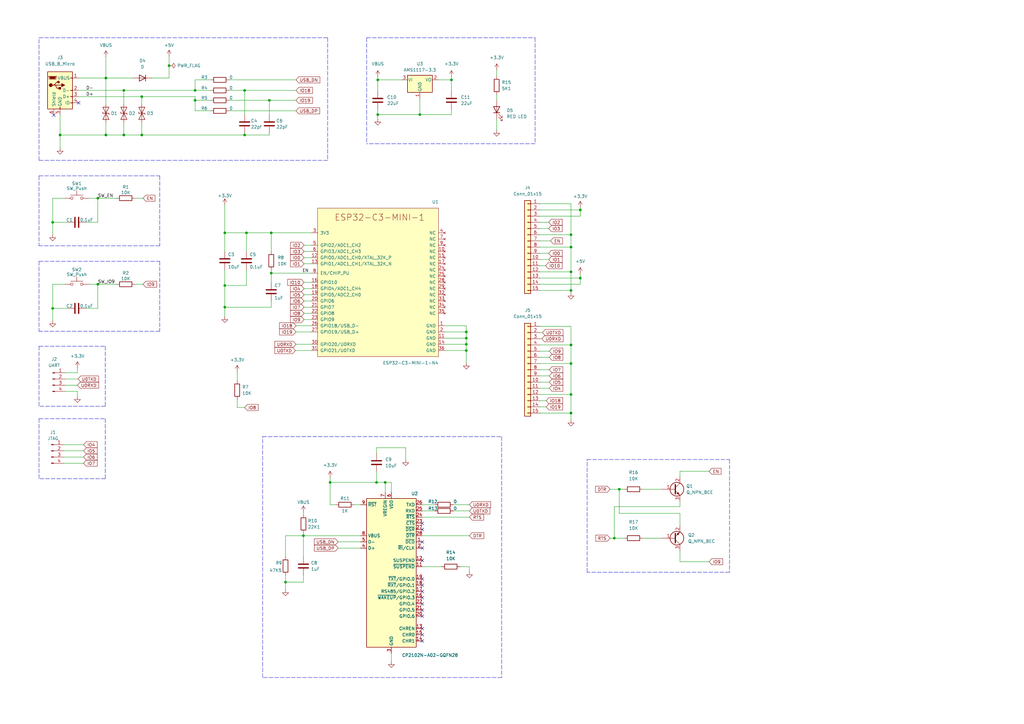
<source format=kicad_sch>
(kicad_sch (version 20211123) (generator eeschema)
  (paper "A3")
  (lib_symbols
    (symbol "Connector:Conn_01x04_Male" (pin_names (offset 1.016) hide)
      (property "Reference" "J" (at 0 5.08 0))
      (property "Value" "Conn_01x04_Male" (at 0 -7.62 0))
      (symbol "Conn_01x04_Male_1_1"
        (pin passive line (at 5.08 2.54 180) (length 3.81) (name "Pin_1") (number "1"))
        (pin passive line (at 5.08 0 180) (length 3.81) (name "Pin_2") (number "2"))
        (pin passive line (at 5.08 -2.54 180) (length 3.81) (name "Pin_3") (number "3"))
        (pin passive line (at 5.08 -5.08 180) (length 3.81) (name "Pin_4") (number "4"))
      )
    )
    (symbol "Connector:USB_B_Micro" (pin_names (offset 1.016))
      (property "Reference" "J?" (at 0 13.462 0))
      (property "Value" "USB_B_Micro" (at 0 10.922 0))
      (symbol "USB_B_Micro_1_1"
        (pin power_out line (at 7.62 5.08 180) (length 2.54) (name "VBUS") (number "1"))
        (pin bidirectional line (at 7.62 0 180) (length 2.54) (name "D-") (number "2"))
        (pin bidirectional line (at 7.62 -2.54 180) (length 2.54) (name "D+") (number "3"))
        (pin passive line (at 7.62 -5.08 180) (length 2.54) (name "ID") (number "4"))
        (pin power_out line (at 0 -10.16 90) (length 2.54) (name "GND") (number "5"))
        (pin passive line (at -2.54 -10.16 90) (length 2.54) (name "Shield") (number "6"))
      )
    )
    (symbol "Connector_Generic:Conn_01x15" (pin_names (offset 1.016) hide)
      (property "Reference" "J" (at 0 20.32 0))
      (property "Value" "Conn_01x15" (at 0 -20.32 0))
      (symbol "Conn_01x15_1_1"
        (pin passive line (at -5.08 17.78 0) (length 3.81) (name "Pin_1") (number "1"))
        (pin passive line (at -5.08 -5.08 0) (length 3.81) (name "Pin_10") (number "10"))
        (pin passive line (at -5.08 -7.62 0) (length 3.81) (name "Pin_11") (number "11"))
        (pin passive line (at -5.08 -10.16 0) (length 3.81) (name "Pin_12") (number "12"))
        (pin passive line (at -5.08 -12.7 0) (length 3.81) (name "Pin_13") (number "13"))
        (pin passive line (at -5.08 -15.24 0) (length 3.81) (name "Pin_14") (number "14"))
        (pin passive line (at -5.08 -17.78 0) (length 3.81) (name "Pin_15") (number "15"))
        (pin passive line (at -5.08 15.24 0) (length 3.81) (name "Pin_2") (number "2"))
        (pin passive line (at -5.08 12.7 0) (length 3.81) (name "Pin_3") (number "3"))
        (pin passive line (at -5.08 10.16 0) (length 3.81) (name "Pin_4") (number "4"))
        (pin passive line (at -5.08 7.62 0) (length 3.81) (name "Pin_5") (number "5"))
        (pin passive line (at -5.08 5.08 0) (length 3.81) (name "Pin_6") (number "6"))
        (pin passive line (at -5.08 2.54 0) (length 3.81) (name "Pin_7") (number "7"))
        (pin passive line (at -5.08 0 0) (length 3.81) (name "Pin_8") (number "8"))
        (pin passive line (at -5.08 -2.54 0) (length 3.81) (name "Pin_9") (number "9"))
      )
    )
    (symbol "Device:C" (pin_numbers hide) (pin_names (offset 0.254))
      (property "Reference" "C" (at 0.635 2.54 0))
      (property "Value" "C" (at 0.635 -2.54 0))
      (symbol "C_1_1"
        (pin passive line (at 0 3.81 270) (length 2.794) (name "~") (number "1"))
        (pin passive line (at 0 -3.81 90) (length 2.794) (name "~") (number "2"))
      )
    )
    (symbol "Device:D" (pin_numbers hide) (pin_names (offset 1.016) hide)
      (property "Reference" "D" (at 0 2.54 0))
      (property "Value" "D" (at 0 -2.54 0))
      (symbol "D_1_1"
        (pin passive line (at -3.81 0 0) (length 2.54) (name "K") (number "1"))
        (pin passive line (at 3.81 0 180) (length 2.54) (name "A") (number "2"))
      )
    )
    (symbol "Device:LED" (pin_numbers hide) (pin_names (offset 1.016) hide)
      (property "Reference" "D" (at 0 2.54 0))
      (property "Value" "LED" (at 0 -2.54 0))
      (symbol "LED_1_1"
        (pin passive line (at -3.81 0 0) (length 2.54) (name "K") (number "1"))
        (pin passive line (at 3.81 0 180) (length 2.54) (name "A") (number "2"))
      )
    )
    (symbol "Device:Q_NPN_BCE" (pin_names (offset 0) hide)
      (property "Reference" "Q" (at 5.08 1.27 0))
      (property "Value" "Q_NPN_BCE" (at 5.08 -1.27 0))
      (symbol "Q_NPN_BCE_1_1"
        (pin input line (at -5.08 0 0) (length 5.715) (name "B") (number "1"))
        (pin passive line (at 2.54 5.08 270) (length 2.54) (name "C") (number "2"))
        (pin passive line (at 2.54 -5.08 90) (length 2.54) (name "E") (number "3"))
      )
    )
    (symbol "Device:Q_NPN_BEC" (pin_names (offset 0) hide)
      (property "Reference" "Q" (at 5.08 1.27 0))
      (property "Value" "Q_NPN_BEC" (at 5.08 -1.27 0))
      (symbol "Q_NPN_BEC_1_1"
        (pin input line (at -5.08 0 0) (length 5.715) (name "B") (number "1"))
        (pin passive line (at 2.54 -5.08 90) (length 2.54) (name "E") (number "2"))
        (pin passive line (at 2.54 5.08 270) (length 2.54) (name "C") (number "3"))
      )
    )
    (symbol "Device:R" (pin_numbers hide) (pin_names (offset 0))
      (property "Reference" "R" (at 2.032 0 90))
      (property "Value" "R" (at 0 0 90))
      (symbol "R_1_1"
        (pin passive line (at 0 3.81 270) (length 1.27) (name "~") (number "1"))
        (pin passive line (at 0 -3.81 90) (length 1.27) (name "~") (number "2"))
      )
    )
    (symbol "Diode:ESD9B5.0ST5G" (pin_numbers hide) (pin_names (offset 1.016) hide)
      (property "Reference" "D" (at 0 2.54 0))
      (property "Value" "ESD9B5.0ST5G" (at 0 -2.54 0))
      (symbol "ESD9B5.0ST5G_1_1"
        (pin passive line (at -3.81 0 0) (length 2.54) (name "A1") (number "1"))
        (pin passive line (at 3.81 0 180) (length 2.54) (name "A2") (number "2"))
      )
    )
    (symbol "Espressif:ESP32-C3-MINI-1" (pin_names (offset 1.016))
      (property "Reference" "U?" (at 24.13 34.29 0))
      (property "Value" "ESP32-C3-MINI-1" (at 16.51 -31.75 0))
      (symbol "ESP32-C3-MINI-1_0_0"
        (text "ESP32-C3-MINI-1" (at 1.27 27.94 0) (effects (font (size 2.54 2.54))))
      )
      (symbol "ESP32-C3-MINI-1_1_1"
        (pin power_in line (at 27.94 -16.51 180) (length 2.54) (name "GND") (number "1"))
        (pin no_connect line (at 27.94 13.97 180) (length 2.54) (name "NC") (number "10"))
        (pin power_in line (at 27.94 -21.59 180) (length 2.54) (name "GND") (number "11"))
        (pin bidirectional line (at -26.67 11.43 0) (length 2.54) (name "GPIO0/ADC1_CH0/XTAL_32K_P") (number "12"))
        (pin bidirectional line (at -26.67 8.89 0) (length 2.54) (name "GPIO1/ADC1_CH1/XTAL_32K_N") (number "13"))
        (pin power_in line (at 27.94 -24.13 180) (length 2.54) (name "GND") (number "14"))
        (pin no_connect line (at 27.94 11.43 180) (length 2.54) (name "NC") (number "15"))
        (pin bidirectional line (at -26.67 1.27 0) (length 2.54) (name "GPIO10") (number "16"))
        (pin no_connect line (at 27.94 8.89 180) (length 2.54) (name "NC") (number "17"))
        (pin bidirectional line (at -26.67 -1.27 0) (length 2.54) (name "GPIO4/ADC1_CH4") (number "18"))
        (pin bidirectional line (at -26.67 -3.81 0) (length 2.54) (name "GPIO5/ADC2_CH0") (number "19"))
        (pin power_in line (at 27.94 -19.05 180) (length 2.54) (name "GND") (number "2"))
        (pin bidirectional line (at -26.67 -6.35 0) (length 2.54) (name "GPIO6") (number "20"))
        (pin bidirectional line (at -26.67 -8.89 0) (length 2.54) (name "GPIO7") (number "21"))
        (pin bidirectional line (at -26.67 -11.43 0) (length 2.54) (name "GPIO8") (number "22"))
        (pin bidirectional line (at -26.67 -13.97 0) (length 2.54) (name "GPIO9") (number "23"))
        (pin no_connect line (at 27.94 6.35 180) (length 2.54) (name "NC") (number "24"))
        (pin no_connect line (at 27.94 3.81 180) (length 2.54) (name "NC") (number "25"))
        (pin bidirectional line (at -26.67 -16.51 0) (length 2.54) (name "GPIO18/USB_D-") (number "26"))
        (pin bidirectional line (at -26.67 -19.05 0) (length 2.54) (name "GPIO19/USB_D+") (number "27"))
        (pin no_connect line (at 27.94 1.27 180) (length 2.54) (name "NC") (number "28"))
        (pin no_connect line (at 27.94 -1.27 180) (length 2.54) (name "NC") (number "29"))
        (pin power_in line (at -26.67 21.59 0) (length 2.54) (name "3V3") (number "3"))
        (pin bidirectional line (at -26.67 -24.13 0) (length 2.54) (name "GPIO20/U0RXD") (number "30"))
        (pin bidirectional line (at -26.67 -26.67 0) (length 2.54) (name "GPIO21/U0TXD") (number "31"))
        (pin no_connect line (at 27.94 -3.81 180) (length 2.54) (name "NC") (number "32"))
        (pin no_connect line (at 27.94 -6.35 180) (length 2.54) (name "NC") (number "33"))
        (pin no_connect line (at 27.94 -8.89 180) (length 2.54) (name "NC") (number "34"))
        (pin no_connect line (at 27.94 -11.43 180) (length 2.54) (name "NC") (number "35"))
        (pin power_in line (at 27.94 -26.67 180) (length 2.54) (name "GND") (number "36"))
        (pin no_connect line (at 27.94 21.59 180) (length 2.54) (name "NC") (number "4"))
        (pin bidirectional line (at -26.67 16.51 0) (length 2.54) (name "GPIO2/ADC1_CH2") (number "5"))
        (pin bidirectional line (at -26.67 13.97 0) (length 2.54) (name "GPIO3/ADC1_CH3") (number "6"))
        (pin no_connect line (at 27.94 19.05 180) (length 2.54) (name "NC") (number "7"))
        (pin input line (at -26.67 5.08 0) (length 2.54) (name "EN/CHIP_PU") (number "8"))
        (pin no_connect line (at 27.94 16.51 180) (length 2.54) (name "NC") (number "9"))
      )
    )
    (symbol "Interface_USB:CP2102N-Axx-xQFN28"
      (property "Reference" "U" (at -8.89 31.75 0))
      (property "Value" "CP2102N-Axx-xQFN28" (at 12.7 31.75 0))
      (symbol "CP2102N-Axx-xQFN28_1_1"
        (pin input line (at 12.7 12.7 180) (length 2.54) (name "~{DCD}") (number "1"))
        (pin no_connect line (at -10.16 -27.94 0) (length 2.54) hide (name "NC") (number "10"))
        (pin output line (at 12.7 2.54 180) (length 2.54) (name "~{SUSPEND}") (number "11"))
        (pin output line (at 12.7 5.08 180) (length 2.54) (name "SUSPEND") (number "12"))
        (pin output line (at 12.7 -22.86 180) (length 2.54) (name "CHREN") (number "13"))
        (pin output line (at 12.7 -27.94 180) (length 2.54) (name "CHR1") (number "14"))
        (pin output line (at 12.7 -25.4 180) (length 2.54) (name "CHR0") (number "15"))
        (pin bidirectional line (at 12.7 -10.16 180) (length 2.54) (name "~{WAKEUP}/GPIO.3") (number "16"))
        (pin bidirectional line (at 12.7 -7.62 180) (length 2.54) (name "RS485/GPIO.2") (number "17"))
        (pin bidirectional line (at 12.7 -5.08 180) (length 2.54) (name "~{RXT}/GPIO.1") (number "18"))
        (pin bidirectional line (at 12.7 -2.54 180) (length 2.54) (name "~{TXT}/GPIO.0") (number "19"))
        (pin bidirectional line (at 12.7 10.16 180) (length 2.54) (name "~{RI}/CLK") (number "2"))
        (pin bidirectional line (at 12.7 -17.78 180) (length 2.54) (name "GPIO.6") (number "20"))
        (pin bidirectional line (at 12.7 -15.24 180) (length 2.54) (name "GPIO.5") (number "21"))
        (pin bidirectional line (at 12.7 -12.7 180) (length 2.54) (name "GPIO.4") (number "22"))
        (pin input line (at 12.7 20.32 180) (length 2.54) (name "~{CTS}") (number "23"))
        (pin output line (at 12.7 22.86 180) (length 2.54) (name "~{RTS}") (number "24"))
        (pin input line (at 12.7 25.4 180) (length 2.54) (name "RXD") (number "25"))
        (pin output line (at 12.7 27.94 180) (length 2.54) (name "TXD") (number "26"))
        (pin input line (at 12.7 17.78 180) (length 2.54) (name "~{DSR}") (number "27"))
        (pin output line (at 12.7 15.24 180) (length 2.54) (name "~{DTR}") (number "28"))
        (pin passive line (at 0 -33.02 90) (length 2.54) hide (name "GND") (number "29"))
        (pin power_in line (at 0 -33.02 90) (length 2.54) (name "GND") (number "3"))
        (pin bidirectional line (at -12.7 10.16 0) (length 2.54) (name "D+") (number "4"))
        (pin bidirectional line (at -12.7 12.7 0) (length 2.54) (name "D-") (number "5"))
        (pin power_in line (at 0 33.02 270) (length 2.54) (name "VDD") (number "6"))
        (pin power_in line (at -2.54 33.02 270) (length 2.54) (name "VREGIN") (number "7"))
        (pin input line (at -12.7 15.24 0) (length 2.54) (name "VBUS") (number "8"))
        (pin input line (at -12.7 27.94 0) (length 2.54) (name "~{RST}") (number "9"))
      )
    )
    (symbol "Regulator_Linear:AMS1117-3.3" (pin_names (offset 0.254))
      (property "Reference" "U" (at -3.81 3.175 0))
      (property "Value" "AMS1117-3.3" (at 0 3.175 0))
      (symbol "AMS1117-3.3_1_1"
        (pin power_in line (at 0 -7.62 90) (length 2.54) (name "GND") (number "1"))
        (pin power_out line (at 7.62 0 180) (length 2.54) (name "VO") (number "2"))
        (pin power_in line (at -7.62 0 0) (length 2.54) (name "VI") (number "3"))
      )
    )
    (symbol "Switch:SW_Push" (pin_numbers hide) (pin_names (offset 1.016) hide)
      (property "Reference" "SW" (at 1.27 2.54 0))
      (property "Value" "SW_Push" (at 0 -1.524 0))
      (symbol "SW_Push_0_1"
        (pin passive line (at -5.08 0 0) (length 2.54) (name "1") (number "1"))
        (pin passive line (at 5.08 0 180) (length 2.54) (name "2") (number "2"))
      )
    )
    (symbol "power:+3.3V" (power) (pin_names (offset 0))
      (property "Value" "+3.3V" (at 0 3.556 0))
      (symbol "+3.3V_1_1"
        (pin power_in line (at 0 0 90) (length 0) hide (name "+3.3V") (number "1"))
      )
    )
    (symbol "power:+5V" (power) (pin_names (offset 0))
      (property "Value" "+5V" (at 0 3.556 0))
      (symbol "+5V_1_1"
        (pin power_in line (at 0 0 90) (length 0) hide (name "+5V") (number "1"))
      )
    )
    (symbol "power:GND" (power) (pin_names (offset 0))
      (property "Value" "GND" (at 0 -3.81 0))
      (symbol "GND_1_1"
        (pin power_in line (at 0 0 270) (length 0) hide (name "GND") (number "1"))
      )
    )
    (symbol "power:PWR_FLAG" (power) (pin_numbers hide) (pin_names (offset 0) hide)
      (property "Value" "PWR_FLAG" (at 0 3.81 0))
      (symbol "PWR_FLAG_0_0"
        (pin power_out line (at 0 0 90) (length 0) (name "pwr") (number "1"))
      )
    )
    (symbol "power:VBUS" (power) (pin_names (offset 0))
      (property "Value" "VBUS" (at 0 3.81 0))
      (symbol "VBUS_1_1"
        (pin power_in line (at 0 0 90) (length 0) hide (name "VBUS") (number "1"))
      )
    )
  )
  (junction (at 100.33 37.084))
  (junction (at 157.988 197.866))
  (junction (at 234.188 111.506))
  (junction (at 191.262 141.224))
  (junction (at 251.968 220.726))
  (junction (at 154.432 197.866))
  (junction (at 80.01 37.084))
  (junction (at 58.166 55.372))
  (junction (at 234.188 96.266))
  (junction (at 234.188 101.346))
  (junction (at 234.188 141.478))
  (junction (at 69.342 26.924))
  (junction (at 111.252 112.014))
  (junction (at 234.188 119.126))
  (junction (at 185.166 32.766))
  (junction (at 154.94 46.99))
  (junction (at 40.132 116.586))
  (junction (at 234.188 161.798))
  (junction (at 43.434 32.004))
  (junction (at 21.59 91.186))
  (junction (at 237.998 114.046))
  (junction (at 110.49 41.148))
  (junction (at 191.262 136.144))
  (junction (at 92.202 125.984))
  (junction (at 254 200.66))
  (junction (at 24.638 55.372))
  (junction (at 191.262 138.684))
  (junction (at 234.188 149.098))
  (junction (at 234.188 169.418))
  (junction (at 92.202 95.504))
  (junction (at 124.46 219.71))
  (junction (at 135.382 197.866))
  (junction (at 92.202 117.094))
  (junction (at 111.252 95.504))
  (junction (at 100.33 55.372))
  (junction (at 80.01 41.148))
  (junction (at 154.94 32.766))
  (junction (at 101.092 95.504))
  (junction (at 191.262 143.764))
  (junction (at 117.094 238.76))
  (junction (at 172.212 46.99))
  (junction (at 50.8 55.372))
  (junction (at 40.132 81.28))
  (junction (at 43.434 55.372))
  (junction (at 21.59 126.492))
  (junction (at 58.166 39.624))
  (junction (at 50.8 37.084))
  (junction (at 237.998 86.106))
  (no_connect (at 173.228 240.03))
  (no_connect (at 173.228 229.87))
  (no_connect (at 22.098 47.244))
  (no_connect (at 173.228 252.73))
  (no_connect (at 173.228 222.25))
  (no_connect (at 173.228 237.49))
  (no_connect (at 173.228 245.11))
  (no_connect (at 173.228 257.81))
  (no_connect (at 173.228 224.79))
  (no_connect (at 173.228 214.63))
  (no_connect (at 173.228 247.65))
  (no_connect (at 173.228 260.35))
  (no_connect (at 173.228 250.19))
  (no_connect (at 173.228 242.57))
  (no_connect (at 32.258 42.164))
  (no_connect (at 173.228 217.17))
  (no_connect (at 173.228 262.89))
  (wire (pts (xy 221.488 164.338) (xy 224.028 164.338)))
  (wire (pts (xy 97.282 163.83) (xy 97.282 167.132)))
  (wire (pts (xy 234.188 149.098) (xy 234.188 141.478)))
  (wire (pts (xy 188.722 232.41) (xy 192.532 232.41)))
  (wire (pts (xy 92.202 125.984) (xy 111.252 125.984)))
  (wire (pts (xy 278.892 195.58) (xy 278.892 193.294)))
  (wire (pts (xy 182.372 141.224) (xy 191.262 141.224)))
  (wire (pts (xy 173.228 219.71) (xy 192.532 219.71)))
  (wire (pts (xy 203.708 38.862) (xy 203.708 41.148)))
  (wire (pts (xy 21.59 131.572) (xy 21.59 126.492)))
  (wire (pts (xy 21.59 116.586) (xy 26.416 116.586)))
  (wire (pts (xy 40.132 91.186) (xy 40.132 81.28)))
  (wire (pts (xy 121.158 143.764) (xy 127.762 143.764)))
  (wire (pts (xy 62.23 32.004) (xy 69.342 32.004)))
  (wire (pts (xy 251.968 220.726) (xy 256.032 220.726)))
  (wire (pts (xy 101.092 95.504) (xy 101.092 103.124)))
  (polyline (pts (xy 43.18 171.704) (xy 43.18 196.342)))
  (wire (pts (xy 160.528 197.866) (xy 157.988 197.866)))
  (polyline (pts (xy 16.002 65.786) (xy 16.002 15.494)))
  (wire (pts (xy 172.212 46.99) (xy 185.166 46.99)))
  (polyline (pts (xy 134.366 15.494) (xy 134.366 65.786)))
  (polyline (pts (xy 16.002 72.136) (xy 65.532 72.136)))
  (wire (pts (xy 124.714 108.204) (xy 127.762 108.204)))
  (wire (pts (xy 92.202 125.984) (xy 92.202 129.794)))
  (polyline (pts (xy 65.532 72.136) (xy 65.532 100.838)))
  (wire (pts (xy 221.488 103.886) (xy 225.044 103.886)))
  (wire (pts (xy 237.998 88.646) (xy 237.998 86.106)))
  (polyline (pts (xy 65.532 135.89) (xy 16.002 135.89)))
  (wire (pts (xy 185.166 32.766) (xy 185.166 37.338)))
  (wire (pts (xy 21.59 81.28) (xy 26.416 81.28)))
  (wire (pts (xy 179.832 32.766) (xy 185.166 32.766)))
  (wire (pts (xy 50.8 37.084) (xy 80.01 37.084)))
  (wire (pts (xy 154.432 183.642) (xy 166.37 183.642)))
  (wire (pts (xy 221.488 161.798) (xy 234.188 161.798)))
  (wire (pts (xy 135.382 197.866) (xy 135.382 207.01)))
  (wire (pts (xy 234.188 161.798) (xy 234.188 169.418)))
  (wire (pts (xy 26.162 187.452) (xy 34.29 187.452)))
  (wire (pts (xy 80.01 41.148) (xy 80.01 45.466)))
  (wire (pts (xy 124.46 219.71) (xy 147.828 219.71)))
  (polyline (pts (xy 16.002 72.136) (xy 16.002 100.838)))
  (wire (pts (xy 234.188 111.506) (xy 234.188 119.126)))
  (wire (pts (xy 124.714 125.984) (xy 127.762 125.984)))
  (wire (pts (xy 154.94 44.958) (xy 154.94 46.99)))
  (wire (pts (xy 50.8 37.084) (xy 50.8 42.672)))
  (wire (pts (xy 31.75 150.876) (xy 31.75 152.908)))
  (wire (pts (xy 221.488 83.566) (xy 234.188 83.566)))
  (wire (pts (xy 221.488 151.638) (xy 225.298 151.638)))
  (wire (pts (xy 26.162 189.992) (xy 34.29 189.992)))
  (wire (pts (xy 21.59 96.266) (xy 21.59 91.186)))
  (wire (pts (xy 237.998 112.268) (xy 237.998 114.046)))
  (wire (pts (xy 182.372 143.764) (xy 191.262 143.764)))
  (wire (pts (xy 100.33 37.084) (xy 100.33 46.99)))
  (wire (pts (xy 26.162 184.912) (xy 34.29 184.912)))
  (wire (pts (xy 124.46 218.694) (xy 124.46 219.71)))
  (wire (pts (xy 203.708 28.702) (xy 203.708 31.242)))
  (wire (pts (xy 221.488 138.938) (xy 222.25 138.938)))
  (wire (pts (xy 221.488 116.586) (xy 237.998 116.586)))
  (wire (pts (xy 221.488 154.178) (xy 225.298 154.178)))
  (polyline (pts (xy 240.792 234.696) (xy 240.792 188.468)))
  (wire (pts (xy 21.59 126.492) (xy 27.686 126.492)))
  (wire (pts (xy 173.228 232.41) (xy 181.102 232.41)))
  (wire (pts (xy 173.228 209.55) (xy 178.308 209.55)))
  (wire (pts (xy 58.166 55.372) (xy 100.33 55.372)))
  (wire (pts (xy 43.434 32.004) (xy 54.61 32.004)))
  (wire (pts (xy 172.212 40.386) (xy 172.212 46.99)))
  (wire (pts (xy 221.488 101.346) (xy 234.188 101.346)))
  (polyline (pts (xy 43.18 166.624) (xy 16.002 166.624)))
  (wire (pts (xy 124.714 120.904) (xy 127.762 120.904)))
  (wire (pts (xy 55.372 116.586) (xy 58.674 116.586)))
  (wire (pts (xy 121.412 136.144) (xy 127.762 136.144)))
  (wire (pts (xy 40.132 81.28) (xy 47.752 81.28)))
  (wire (pts (xy 254 200.66) (xy 256.032 200.66)))
  (wire (pts (xy 185.928 209.55) (xy 192.532 209.55)))
  (wire (pts (xy 40.132 116.586) (xy 47.752 116.586)))
  (polyline (pts (xy 150.368 15.494) (xy 150.368 58.928)))
  (wire (pts (xy 221.488 86.106) (xy 237.998 86.106)))
  (wire (pts (xy 185.166 31.496) (xy 185.166 32.766)))
  (polyline (pts (xy 219.456 15.494) (xy 219.456 58.928)))
  (wire (pts (xy 234.188 83.566) (xy 234.188 96.266)))
  (wire (pts (xy 111.252 95.504) (xy 127.762 95.504)))
  (wire (pts (xy 154.94 46.99) (xy 154.94 48.768)))
  (wire (pts (xy 182.372 136.144) (xy 191.262 136.144)))
  (wire (pts (xy 111.252 110.744) (xy 111.252 112.014)))
  (wire (pts (xy 121.412 133.604) (xy 127.762 133.604)))
  (wire (pts (xy 124.714 105.664) (xy 127.762 105.664)))
  (wire (pts (xy 191.262 133.604) (xy 182.372 133.604)))
  (wire (pts (xy 80.01 39.624) (xy 80.01 41.148)))
  (polyline (pts (xy 205.74 277.876) (xy 107.696 277.876)))
  (polyline (pts (xy 65.532 107.188) (xy 65.532 135.89)))
  (wire (pts (xy 80.01 37.084) (xy 86.36 37.084)))
  (wire (pts (xy 145.288 207.01) (xy 147.828 207.01)))
  (wire (pts (xy 111.252 95.504) (xy 111.252 103.124)))
  (wire (pts (xy 278.892 207.772) (xy 278.892 205.74)))
  (wire (pts (xy 97.282 152.4) (xy 97.282 156.21)))
  (wire (pts (xy 24.638 55.372) (xy 24.638 60.706)))
  (wire (pts (xy 36.576 116.586) (xy 40.132 116.586)))
  (wire (pts (xy 221.488 108.966) (xy 223.774 108.966)))
  (wire (pts (xy 173.228 212.09) (xy 192.532 212.09)))
  (wire (pts (xy 135.382 197.866) (xy 154.432 197.866)))
  (polyline (pts (xy 205.74 179.07) (xy 205.74 277.876)))
  (wire (pts (xy 221.488 149.098) (xy 234.188 149.098)))
  (wire (pts (xy 21.59 126.492) (xy 21.59 116.586)))
  (wire (pts (xy 221.488 111.506) (xy 234.188 111.506)))
  (wire (pts (xy 58.166 39.624) (xy 80.01 39.624)))
  (wire (pts (xy 191.262 138.684) (xy 191.262 136.144)))
  (wire (pts (xy 111.252 123.444) (xy 111.252 125.984)))
  (polyline (pts (xy 299.212 234.696) (xy 240.792 234.696)))
  (wire (pts (xy 221.488 93.726) (xy 225.044 93.726)))
  (wire (pts (xy 251.968 207.772) (xy 278.892 207.772)))
  (wire (pts (xy 24.638 47.244) (xy 24.638 55.372)))
  (wire (pts (xy 154.94 46.99) (xy 172.212 46.99)))
  (wire (pts (xy 185.166 44.958) (xy 185.166 46.99)))
  (wire (pts (xy 58.166 50.292) (xy 58.166 55.372)))
  (wire (pts (xy 221.488 106.426) (xy 225.044 106.426)))
  (wire (pts (xy 160.528 267.97) (xy 160.528 271.272)))
  (wire (pts (xy 234.188 149.098) (xy 234.188 161.798)))
  (wire (pts (xy 93.98 45.466) (xy 121.412 45.466)))
  (wire (pts (xy 124.714 128.524) (xy 127.762 128.524)))
  (wire (pts (xy 121.412 141.224) (xy 127.762 141.224)))
  (wire (pts (xy 24.638 55.372) (xy 43.434 55.372)))
  (wire (pts (xy 124.46 210.058) (xy 124.46 211.074)))
  (wire (pts (xy 154.432 185.928) (xy 154.432 183.642)))
  (wire (pts (xy 100.33 37.084) (xy 121.412 37.084)))
  (wire (pts (xy 263.652 200.66) (xy 271.272 200.66)))
  (wire (pts (xy 157.988 201.93) (xy 157.988 197.866)))
  (wire (pts (xy 92.202 117.094) (xy 101.092 117.094)))
  (wire (pts (xy 35.306 91.186) (xy 40.132 91.186)))
  (wire (pts (xy 135.382 195.834) (xy 135.382 197.866)))
  (wire (pts (xy 124.714 115.824) (xy 127.762 115.824)))
  (wire (pts (xy 154.432 197.866) (xy 157.988 197.866)))
  (polyline (pts (xy 107.696 277.876) (xy 107.696 179.07)))
  (wire (pts (xy 80.01 45.466) (xy 86.36 45.466)))
  (wire (pts (xy 237.998 86.106) (xy 237.998 85.09)))
  (wire (pts (xy 182.372 138.684) (xy 191.262 138.684)))
  (polyline (pts (xy 16.002 141.986) (xy 16.002 166.624)))
  (wire (pts (xy 26.67 157.988) (xy 31.75 157.988)))
  (wire (pts (xy 26.67 155.448) (xy 32.004 155.448)))
  (wire (pts (xy 263.652 220.726) (xy 271.272 220.726)))
  (wire (pts (xy 221.488 166.878) (xy 224.028 166.878)))
  (wire (pts (xy 237.998 114.046) (xy 237.998 116.586)))
  (wire (pts (xy 278.892 193.294) (xy 290.83 193.294)))
  (wire (pts (xy 278.892 225.806) (xy 278.892 230.378)))
  (polyline (pts (xy 16.002 171.704) (xy 16.002 196.342)))
  (wire (pts (xy 110.49 41.148) (xy 121.412 41.148)))
  (wire (pts (xy 154.94 32.766) (xy 154.94 37.338)))
  (wire (pts (xy 221.488 88.646) (xy 237.998 88.646)))
  (wire (pts (xy 221.488 98.806) (xy 225.806 98.806)))
  (wire (pts (xy 221.488 146.558) (xy 225.298 146.558)))
  (wire (pts (xy 124.46 235.966) (xy 124.46 238.76)))
  (polyline (pts (xy 43.18 196.342) (xy 16.002 196.342)))
  (wire (pts (xy 124.46 219.71) (xy 124.46 228.346)))
  (wire (pts (xy 101.092 110.744) (xy 101.092 117.094)))
  (wire (pts (xy 36.576 81.28) (xy 40.132 81.28)))
  (wire (pts (xy 50.8 55.372) (xy 58.166 55.372)))
  (wire (pts (xy 124.714 103.124) (xy 127.762 103.124)))
  (wire (pts (xy 117.094 238.76) (xy 124.46 238.76)))
  (wire (pts (xy 173.228 207.01) (xy 178.308 207.01)))
  (wire (pts (xy 32.258 39.624) (xy 58.166 39.624)))
  (wire (pts (xy 154.94 31.496) (xy 154.94 32.766)))
  (wire (pts (xy 234.188 96.266) (xy 234.188 101.346)))
  (wire (pts (xy 234.188 101.346) (xy 234.188 111.506)))
  (wire (pts (xy 32.258 32.004) (xy 43.434 32.004)))
  (wire (pts (xy 43.434 32.004) (xy 43.434 42.672)))
  (polyline (pts (xy 219.456 58.928) (xy 150.368 58.928)))
  (wire (pts (xy 100.33 55.372) (xy 110.49 55.372)))
  (wire (pts (xy 154.432 193.548) (xy 154.432 197.866)))
  (wire (pts (xy 278.892 210.566) (xy 254 210.566)))
  (wire (pts (xy 93.98 32.766) (xy 121.412 32.766)))
  (wire (pts (xy 26.67 160.528) (xy 31.75 160.528)))
  (polyline (pts (xy 16.002 107.188) (xy 65.532 107.188)))
  (wire (pts (xy 31.75 160.528) (xy 31.75 162.56)))
  (polyline (pts (xy 16.002 107.188) (xy 16.002 135.89)))
  (wire (pts (xy 43.434 55.372) (xy 50.8 55.372)))
  (wire (pts (xy 26.162 182.372) (xy 34.29 182.372)))
  (polyline (pts (xy 16.002 141.986) (xy 43.18 141.986)))
  (wire (pts (xy 92.202 110.744) (xy 92.202 117.094)))
  (wire (pts (xy 92.202 95.504) (xy 92.202 103.124)))
  (wire (pts (xy 93.98 41.148) (xy 110.49 41.148)))
  (wire (pts (xy 166.37 183.642) (xy 166.37 188.468)))
  (wire (pts (xy 124.714 123.444) (xy 127.762 123.444)))
  (wire (pts (xy 221.488 136.398) (xy 222.504 136.398)))
  (wire (pts (xy 234.188 141.478) (xy 234.188 133.858)))
  (wire (pts (xy 221.488 169.418) (xy 234.188 169.418)))
  (wire (pts (xy 191.262 148.844) (xy 191.262 143.764)))
  (wire (pts (xy 80.01 41.148) (xy 86.36 41.148)))
  (polyline (pts (xy 107.696 179.07) (xy 205.74 179.07)))
  (wire (pts (xy 21.59 91.186) (xy 21.59 81.28)))
  (wire (pts (xy 92.202 84.074) (xy 92.202 95.504)))
  (wire (pts (xy 43.434 50.292) (xy 43.434 55.372)))
  (wire (pts (xy 69.342 23.114) (xy 69.342 26.924)))
  (wire (pts (xy 110.49 55.372) (xy 110.49 54.61)))
  (polyline (pts (xy 65.532 100.838) (xy 16.002 100.838)))
  (wire (pts (xy 221.488 96.266) (xy 234.188 96.266)))
  (wire (pts (xy 135.382 207.01) (xy 137.668 207.01)))
  (wire (pts (xy 43.434 23.368) (xy 43.434 32.004)))
  (wire (pts (xy 32.258 37.084) (xy 50.8 37.084)))
  (wire (pts (xy 192.532 232.41) (xy 192.532 234.442)))
  (wire (pts (xy 50.8 50.292) (xy 50.8 55.372)))
  (wire (pts (xy 26.67 152.908) (xy 31.75 152.908)))
  (wire (pts (xy 254 210.566) (xy 254 200.66)))
  (wire (pts (xy 124.714 131.064) (xy 127.762 131.064)))
  (wire (pts (xy 92.202 95.504) (xy 101.092 95.504)))
  (wire (pts (xy 221.488 141.478) (xy 234.188 141.478)))
  (wire (pts (xy 93.98 37.084) (xy 100.33 37.084)))
  (wire (pts (xy 221.488 159.258) (xy 225.298 159.258)))
  (wire (pts (xy 101.092 95.504) (xy 111.252 95.504)))
  (wire (pts (xy 278.892 215.646) (xy 278.892 210.566)))
  (wire (pts (xy 58.166 39.624) (xy 58.166 42.672)))
  (wire (pts (xy 124.714 118.364) (xy 127.762 118.364)))
  (wire (pts (xy 100.33 54.61) (xy 100.33 55.372)))
  (wire (pts (xy 111.252 112.014) (xy 127.762 112.014)))
  (wire (pts (xy 203.708 48.768) (xy 203.708 53.34)))
  (wire (pts (xy 221.488 144.018) (xy 225.298 144.018)))
  (wire (pts (xy 221.488 114.046) (xy 237.998 114.046)))
  (wire (pts (xy 124.714 100.584) (xy 127.762 100.584)))
  (polyline (pts (xy 150.368 15.494) (xy 219.456 15.494)))
  (wire (pts (xy 185.928 207.01) (xy 192.532 207.01)))
  (wire (pts (xy 278.892 230.378) (xy 290.83 230.378)))
  (wire (pts (xy 221.488 91.186) (xy 225.044 91.186)))
  (wire (pts (xy 234.188 119.126) (xy 234.188 120.142)))
  (wire (pts (xy 250.19 220.726) (xy 251.968 220.726)))
  (wire (pts (xy 138.684 224.79) (xy 147.828 224.79)))
  (wire (pts (xy 92.202 117.094) (xy 92.202 125.984)))
  (wire (pts (xy 191.262 143.764) (xy 191.262 141.224)))
  (wire (pts (xy 55.372 81.28) (xy 58.674 81.28)))
  (wire (pts (xy 250.19 200.66) (xy 254 200.66)))
  (polyline (pts (xy 16.002 171.704) (xy 43.18 171.704)))
  (wire (pts (xy 110.49 41.148) (xy 110.49 46.99)))
  (polyline (pts (xy 16.002 15.494) (xy 134.366 15.494)))
  (wire (pts (xy 40.132 126.492) (xy 40.132 116.586)))
  (wire (pts (xy 21.59 91.186) (xy 27.686 91.186)))
  (wire (pts (xy 111.252 112.014) (xy 111.252 115.824)))
  (wire (pts (xy 124.46 219.71) (xy 117.094 219.71)))
  (wire (pts (xy 160.528 201.93) (xy 160.528 197.866)))
  (wire (pts (xy 191.262 141.224) (xy 191.262 138.684)))
  (wire (pts (xy 69.342 26.924) (xy 69.342 32.004)))
  (polyline (pts (xy 240.792 188.468) (xy 299.212 188.468)))
  (wire (pts (xy 35.306 126.492) (xy 40.132 126.492)))
  (wire (pts (xy 117.094 238.76) (xy 117.094 241.808)))
  (polyline (pts (xy 134.366 65.786) (xy 16.002 65.786)))
  (wire (pts (xy 80.01 32.766) (xy 86.36 32.766)))
  (wire (pts (xy 80.01 37.084) (xy 80.01 32.766)))
  (wire (pts (xy 221.488 156.718) (xy 225.298 156.718)))
  (wire (pts (xy 138.684 222.25) (xy 147.828 222.25)))
  (wire (pts (xy 251.968 220.726) (xy 251.968 207.772)))
  (wire (pts (xy 117.094 219.71) (xy 117.094 228.346)))
  (wire (pts (xy 234.188 133.858) (xy 221.488 133.858)))
  (wire (pts (xy 191.262 136.144) (xy 191.262 133.604)))
  (polyline (pts (xy 299.212 188.468) (xy 299.212 234.696)))
  (wire (pts (xy 97.282 167.132) (xy 100.33 167.132)))
  (wire (pts (xy 164.592 32.766) (xy 154.94 32.766)))
  (wire (pts (xy 117.094 235.966) (xy 117.094 238.76)))
  (wire (pts (xy 221.488 119.126) (xy 234.188 119.126)))
  (polyline (pts (xy 43.18 141.986) (xy 43.18 166.624)))
  (wire (pts (xy 234.188 169.418) (xy 234.188 172.212)))
  (label "EN" (at 123.952 112.014 0))
  (label "D+" (at 35.306 39.624 0))
  (label "SW_IO9" (at 40.132 116.586 0))
  (label "SW_EN" (at 40.132 81.28 0))
  (label "D-" (at 35.306 37.084 0))
  (global_label "RTS" (shape input) (at 192.532 212.09 0) (property "Intersheet References" "${INTERSHEET_REFS}" (effects hide)))
  (global_label "U0TXD" (shape input) (at 121.158 143.764 180) (property "Intersheet References" "${INTERSHEET_REFS}" (effects hide)))
  (global_label "IO8" (shape input) (at 100.33 167.132 0) (property "Intersheet References" "${INTERSHEET_REFS}" (effects hide)))
  (global_label "IO8" (shape input) (at 124.714 128.524 180) (property "Intersheet References" "${INTERSHEET_REFS}" (effects hide)))
  (global_label "DTR" (shape input) (at 192.532 219.71 0) (property "Intersheet References" "${INTERSHEET_REFS}" (effects hide)))
  (global_label "RTS" (shape input) (at 250.19 220.726 180) (property "Intersheet References" "${INTERSHEET_REFS}" (effects hide)))
  (global_label "U0TXD" (shape input) (at 222.504 136.398 0) (property "Intersheet References" "${INTERSHEET_REFS}" (effects hide)))
  (global_label "IO10" (shape input) (at 124.714 115.824 180) (property "Intersheet References" "${INTERSHEET_REFS}" (effects hide)))
  (global_label "IO9" (shape input) (at 225.298 144.018 0) (property "Intersheet References" "${INTERSHEET_REFS}" (effects hide)))
  (global_label "IO9" (shape input) (at 124.714 131.064 180) (property "Intersheet References" "${INTERSHEET_REFS}" (effects hide)))
  (global_label "USB_DN" (shape input) (at 138.684 222.25 180) (property "Intersheet References" "${INTERSHEET_REFS}" (effects hide)))
  (global_label "IO9" (shape input) (at 290.83 230.378 0) (property "Intersheet References" "${INTERSHEET_REFS}" (effects hide)))
  (global_label "IO2" (shape input) (at 225.044 91.186 0) (property "Intersheet References" "${INTERSHEET_REFS}" (effects hide)))
  (global_label "IO5" (shape input) (at 34.29 184.912 0) (property "Intersheet References" "${INTERSHEET_REFS}" (effects hide)))
  (global_label "IO19" (shape input) (at 121.412 136.144 180) (property "Intersheet References" "${INTERSHEET_REFS}" (effects hide)))
  (global_label "IO19" (shape input) (at 224.028 166.878 0) (property "Intersheet References" "${INTERSHEET_REFS}" (effects hide)))
  (global_label "IO18" (shape input) (at 121.412 133.604 180) (property "Intersheet References" "${INTERSHEET_REFS}" (effects hide)))
  (global_label "U0RXD" (shape input) (at 31.75 157.988 0) (property "Intersheet References" "${INTERSHEET_REFS}" (effects hide)))
  (global_label "DTR" (shape input) (at 250.19 200.66 180) (property "Intersheet References" "${INTERSHEET_REFS}" (effects hide)))
  (global_label "U0TXD" (shape input) (at 192.532 209.55 0) (property "Intersheet References" "${INTERSHEET_REFS}" (effects hide)))
  (global_label "IO0" (shape input) (at 124.714 105.664 180) (property "Intersheet References" "${INTERSHEET_REFS}" (effects hide)))
  (global_label "IO19" (shape input) (at 121.412 41.148 0) (property "Intersheet References" "${INTERSHEET_REFS}" (effects hide)))
  (global_label "IO7" (shape input) (at 34.29 189.992 0) (property "Intersheet References" "${INTERSHEET_REFS}" (effects hide)))
  (global_label "IO4" (shape input) (at 34.29 182.372 0) (property "Intersheet References" "${INTERSHEET_REFS}" (effects hide)))
  (global_label "IO4" (shape input) (at 124.714 118.364 180) (property "Intersheet References" "${INTERSHEET_REFS}" (effects hide)))
  (global_label "IO7" (shape input) (at 225.298 151.638 0) (property "Intersheet References" "${INTERSHEET_REFS}" (effects hide)))
  (global_label "IO4" (shape input) (at 225.298 159.258 0) (property "Intersheet References" "${INTERSHEET_REFS}" (effects hide)))
  (global_label "IO8" (shape input) (at 225.298 146.558 0) (property "Intersheet References" "${INTERSHEET_REFS}" (effects hide)))
  (global_label "U0TXD" (shape input) (at 32.004 155.448 0) (property "Intersheet References" "${INTERSHEET_REFS}" (effects hide)))
  (global_label "IO7" (shape input) (at 124.714 125.984 180) (property "Intersheet References" "${INTERSHEET_REFS}" (effects hide)))
  (global_label "USB_DN" (shape input) (at 121.412 32.766 0) (property "Intersheet References" "${INTERSHEET_REFS}" (effects hide)))
  (global_label "IO5" (shape input) (at 225.298 156.718 0) (property "Intersheet References" "${INTERSHEET_REFS}" (effects hide)))
  (global_label "IO6" (shape input) (at 124.714 123.444 180) (property "Intersheet References" "${INTERSHEET_REFS}" (effects hide)))
  (global_label "IO6" (shape input) (at 34.29 187.452 0) (property "Intersheet References" "${INTERSHEET_REFS}" (effects hide)))
  (global_label "U0RXD" (shape input) (at 222.25 138.938 0) (property "Intersheet References" "${INTERSHEET_REFS}" (effects hide)))
  (global_label "EN" (shape input) (at 225.806 98.806 0) (property "Intersheet References" "${INTERSHEET_REFS}" (effects hide)))
  (global_label "IO6" (shape input) (at 225.298 154.178 0) (property "Intersheet References" "${INTERSHEET_REFS}" (effects hide)))
  (global_label "IO1" (shape input) (at 124.714 108.204 180) (property "Intersheet References" "${INTERSHEET_REFS}" (effects hide)))
  (global_label "EN" (shape input) (at 58.674 81.28 0) (property "Intersheet References" "${INTERSHEET_REFS}" (effects hide)))
  (global_label "U0RXD" (shape input) (at 192.532 207.01 0) (property "Intersheet References" "${INTERSHEET_REFS}" (effects hide)))
  (global_label "USB_DP" (shape input) (at 121.412 45.466 0) (property "Intersheet References" "${INTERSHEET_REFS}" (effects hide)))
  (global_label "USB_DP" (shape input) (at 138.684 224.79 180) (property "Intersheet References" "${INTERSHEET_REFS}" (effects hide)))
  (global_label "IO5" (shape input) (at 124.714 120.904 180) (property "Intersheet References" "${INTERSHEET_REFS}" (effects hide)))
  (global_label "IO18" (shape input) (at 121.412 37.084 0) (property "Intersheet References" "${INTERSHEET_REFS}" (effects hide)))
  (global_label "IO1" (shape input) (at 225.044 106.426 0) (property "Intersheet References" "${INTERSHEET_REFS}" (effects hide)))
  (global_label "EN" (shape input) (at 290.83 193.294 0) (property "Intersheet References" "${INTERSHEET_REFS}" (effects hide)))
  (global_label "IO10" (shape input) (at 223.774 108.966 0) (property "Intersheet References" "${INTERSHEET_REFS}" (effects hide)))
  (global_label "IO18" (shape input) (at 224.028 164.338 0) (property "Intersheet References" "${INTERSHEET_REFS}" (effects hide)))
  (global_label "IO9" (shape input) (at 58.674 116.586 0) (property "Intersheet References" "${INTERSHEET_REFS}" (effects hide)))
  (global_label "IO3" (shape input) (at 225.044 93.726 0) (property "Intersheet References" "${INTERSHEET_REFS}" (effects hide)))
  (global_label "U0RXD" (shape input) (at 121.412 141.224 180) (property "Intersheet References" "${INTERSHEET_REFS}" (effects hide)))
  (global_label "IO0" (shape input) (at 225.044 103.886 0) (property "Intersheet References" "${INTERSHEET_REFS}" (effects hide)))
  (global_label "IO3" (shape input) (at 124.714 103.124 180) (property "Intersheet References" "${INTERSHEET_REFS}" (effects hide)))
  (global_label "IO2" (shape input) (at 124.714 100.584 180) (property "Intersheet References" "${INTERSHEET_REFS}" (effects hide)))
  (symbol (lib_id "Device:R") (at 259.842 220.726 90) (unit 1)
    (property "Reference" "R17" (at 259.842 214.122 90))
    (property "Value" "10K" (at 259.842 216.662 90))
    (property "Footprint" "Resistor_SMD:R_0402_1005Metric" (effects hide))
  )
  (symbol (lib_id "Device:C") (at 110.49 50.8 0) (unit 1)
    (property "Reference" "C6" (at 113.284 49.53 0) (effects (justify left)))
    (property "Value" "22pF" (at 113.284 52.07 0) (effects (justify left)))
    (property "Footprint" "Capacitor_SMD:C_0402_1005Metric" (effects hide))
  )
  (symbol (lib_id "power:+3.3V") (at 135.382 195.834 0) (unit 1)
    (property "Reference" "#PWR013" (effects hide))
    (property "Value" "+3.3V" (at 135.382 190.754 0))
  )
  (symbol (lib_id "power:GND") (at 160.528 271.272 0) (unit 1)
    (property "Reference" "#PWR016" (effects hide))
    (property "Value" "GND" (effects hide))
  )
  (symbol (lib_id "power:+3.3V") (at 185.166 31.496 0) (unit 1)
    (property "Reference" "#PWR018" (effects hide))
    (property "Value" "+3.3V" (at 185.166 26.162 0))
  )
  (symbol (lib_id "power:GND") (at 21.59 131.572 0) (unit 1)
    (property "Reference" "#PWR02" (effects hide))
    (property "Value" "GND" (effects hide))
  )
  (symbol (lib_id "power:GND") (at 234.188 172.212 0) (unit 1)
    (property "Reference" "#PWR024" (effects hide))
    (property "Value" "GND" (effects hide))
  )
  (symbol (lib_id "power:+3.3V") (at 237.998 85.09 0) (unit 1)
    (property "Reference" "#PWR025" (effects hide))
    (property "Value" "+3.3V" (at 237.998 80.518 0))
  )
  (symbol (lib_id "Device:Q_NPN_BEC") (at 276.352 220.726 0) (mirror x) (unit 1)
    (property "Reference" "Q2" (at 282.194 219.4559 0) (effects (justify left)))
    (property "Value" "Q_NPN_BEC" (at 282.194 221.9959 0) (effects (justify left)))
    (property "Footprint" "Package_TO_SOT_SMD:SOT-23" (effects hide))
  )
  (symbol (lib_id "Device:R") (at 111.252 106.934 180) (unit 1)
    (property "Reference" "R8" (at 113.792 105.6639 0) (effects (justify right)))
    (property "Value" "10K" (at 113.792 108.204 0) (effects (justify right)))
    (property "Footprint" "Resistor_SMD:R_0402_1005Metric" (effects hide))
  )
  (symbol (lib_id "power:+5V") (at 69.342 23.114 0) (unit 1)
    (property "Reference" "#PWR07" (effects hide))
    (property "Value" "+5V" (at 69.342 18.542 0))
  )
  (symbol (lib_id "power:VBUS") (at 43.434 23.368 0) (unit 1)
    (property "Reference" "#PWR06" (effects hide))
    (property "Value" "VBUS" (at 43.434 18.542 0))
  )
  (symbol (lib_id "Device:R") (at 51.562 116.586 90) (unit 1)
    (property "Reference" "R2" (at 51.562 112.014 90))
    (property "Value" "10K" (at 51.562 114.3 90))
    (property "Footprint" "Resistor_SMD:R_0402_1005Metric" (effects hide))
  )
  (symbol (lib_id "Device:C") (at 101.092 106.934 0) (unit 1)
    (property "Reference" "C5" (at 102.362 104.394 0) (effects (justify left)))
    (property "Value" "0.1uF" (at 102.362 109.474 0) (effects (justify left)))
    (property "Footprint" "Capacitor_SMD:C_0402_1005Metric" (effects hide))
  )
  (symbol (lib_id "Device:R") (at 97.282 160.02 0) (unit 1)
    (property "Reference" "R7" (at 99.314 158.7499 0) (effects (justify left)))
    (property "Value" "10K" (at 99.314 161.2899 0) (effects (justify left)))
    (property "Footprint" "Resistor_SMD:R_0402_1005Metric" (effects hide))
  )
  (symbol (lib_id "power:PWR_FLAG") (at 69.342 26.924 270) (unit 1)
    (property "Reference" "#FLG0101" (effects hide))
    (property "Value" "PWR_FLAG" (at 72.644 26.9239 90) (effects (justify left)))
  )
  (symbol (lib_id "power:GND") (at 24.638 60.706 0) (unit 1)
    (property "Reference" "#PWR03" (effects hide))
    (property "Value" "GND" (effects hide))
  )
  (symbol (lib_id "Device:D") (at 58.42 32.004 180) (unit 1)
    (property "Reference" "D4" (at 58.42 24.892 0))
    (property "Value" "D" (at 58.42 27.432 0))
    (property "Footprint" "Diode_SMD:D_0402_1005Metric" (effects hide))
  )
  (symbol (lib_id "Device:R") (at 124.46 214.884 0) (unit 1)
    (property "Reference" "R10" (at 126.238 213.6139 0) (effects (justify left)))
    (property "Value" "22K1" (at 126.238 216.1539 0) (effects (justify left)))
    (property "Footprint" "Resistor_SMD:R_0402_1005Metric" (effects hide))
  )
  (symbol (lib_id "Connector:USB_B_Micro") (at 24.638 37.084 0) (unit 1)
    (property "Reference" "J3" (at 24.638 23.622 0))
    (property "Value" "USB_B_Micro" (at 24.638 26.162 0))
    (property "Footprint" "Connector_USB:USB_Micro-B_Wuerth_629105150521" (effects hide))
  )
  (symbol (lib_id "Switch:SW_Push") (at 31.496 81.28 0) (unit 1)
    (property "Reference" "SW1" (at 31.496 75.28 0))
    (property "Value" "SW_Push" (at 31.496 77.28 0))
    (property "Footprint" "Button_Switch_SMD:SW_Push_1P1T_NO_Vertical_Wuerth_434133025816" (effects hide))
  )
  (symbol (lib_id "power:GND") (at 92.202 129.794 0) (unit 1)
    (property "Reference" "#PWR09" (effects hide))
    (property "Value" "GND" (effects hide))
  )
  (symbol (lib_id "Device:R") (at 203.708 35.052 0) (unit 1)
    (property "Reference" "R15" (at 205.74 33.7819 0) (effects (justify left)))
    (property "Value" "5K1" (at 205.74 36.3219 0) (effects (justify left)))
    (property "Footprint" "Resistor_SMD:R_0402_1005Metric" (effects hide))
  )
  (symbol (lib_id "Device:C") (at 92.202 106.934 0) (unit 1)
    (property "Reference" "C3" (at 93.472 104.394 0) (effects (justify left)))
    (property "Value" "10uF" (at 93.472 109.474 0) (effects (justify left)))
    (property "Footprint" "Capacitor_SMD:C_0603_1608Metric" (effects hide))
  )
  (symbol (lib_id "Device:C") (at 154.432 189.738 0) (unit 1)
    (property "Reference" "C9" (at 157.988 188.4679 0) (effects (justify left)))
    (property "Value" "10uF" (at 157.988 191.0079 0) (effects (justify left)))
    (property "Footprint" "Capacitor_SMD:C_0603_1608Metric" (effects hide))
  )
  (symbol (lib_id "Connector_Generic:Conn_01x15") (at 216.408 101.346 0) (mirror y) (unit 1)
    (property "Reference" "J4" (at 216.408 76.962 0))
    (property "Value" "Conn_01x15" (at 216.408 79.502 0))
  )
  (symbol (lib_id "power:+3.3V") (at 203.708 28.702 0) (unit 1)
    (property "Reference" "#PWR021" (effects hide))
    (property "Value" "+3.3V" (at 203.708 23.622 0))
  )
  (symbol (lib_id "Device:C") (at 185.166 41.148 0) (unit 1)
    (property "Reference" "C11" (at 188.976 39.8779 0) (effects (justify left)))
    (property "Value" "22uF" (at 188.976 42.4179 0) (effects (justify left)))
    (property "Footprint" "Capacitor_SMD:C_0805_2012Metric" (effects hide))
  )
  (symbol (lib_id "power:+5V") (at 237.998 112.268 0) (unit 1)
    (property "Reference" "#PWR026" (effects hide))
    (property "Value" "+5V" (at 237.998 107.188 0))
  )
  (symbol (lib_id "Diode:ESD9B5.0ST5G") (at 58.166 46.482 270) (unit 1)
    (property "Reference" "D3" (at 60.198 46.4819 90) (effects (justify left)))
    (property "Value" "ESD9B5.0ST5G" (effects hide))
    (property "Footprint" "Diode_SMD:D_SOD-923" (effects hide))
    (property "Datasheet" "https://www.onsemi.com/pub/Collateral/ESD9B-D.PDF" (effects hide))
  )
  (symbol (lib_id "power:GND") (at 31.75 162.56 0) (unit 1)
    (property "Reference" "#PWR05" (effects hide))
    (property "Value" "GND" (effects hide))
  )
  (symbol (lib_id "Device:C") (at 100.33 50.8 0) (unit 1)
    (property "Reference" "C4" (at 102.87 49.53 0) (effects (justify left)))
    (property "Value" "22pf" (at 102.87 52.07 0) (effects (justify left)))
    (property "Footprint" "Capacitor_SMD:C_0402_1005Metric" (effects hide))
  )
  (symbol (lib_id "Regulator_Linear:AMS1117-3.3") (at 172.212 32.766 0) (unit 1)
    (property "Reference" "U3" (at 172.212 26.162 0))
    (property "Value" "AMS1117-3.3" (at 172.212 28.702 0))
    (property "Footprint" "Package_TO_SOT_SMD:SOT-223-3_TabPin2" (effects hide))
    (property "Datasheet" "http://www.advanced-monolithic.com/pdf/ds1117.pdf" (effects hide))
  )
  (symbol (lib_id "power:GND") (at 154.94 48.768 0) (unit 1)
    (property "Reference" "#PWR015" (effects hide))
    (property "Value" "GND" (effects hide))
  )
  (symbol (lib_id "Device:R") (at 90.17 45.466 90) (unit 1)
    (property "Reference" "R6" (at 83.82 44.45 90))
    (property "Value" "0" (at 94.742 44.45 90))
    (property "Footprint" "Resistor_SMD:R_0402_1005Metric" (effects hide))
  )
  (symbol (lib_id "Connector_Generic:Conn_01x15") (at 216.408 151.638 0) (mirror y) (unit 1)
    (property "Reference" "J5" (at 216.408 127.254 0))
    (property "Value" "Conn_01x15" (at 216.408 129.794 0))
  )
  (symbol (lib_id "power:GND") (at 21.59 96.266 0) (unit 1)
    (property "Reference" "#PWR01" (effects hide))
    (property "Value" "GND" (effects hide))
  )
  (symbol (lib_id "power:VBUS") (at 154.94 31.496 0) (unit 1)
    (property "Reference" "#PWR014" (effects hide))
    (property "Value" "VBUS" (at 154.94 26.162 0))
  )
  (symbol (lib_id "power:+3.3V") (at 97.282 152.4 0) (unit 1)
    (property "Reference" "#PWR010" (effects hide))
    (property "Value" "+3.3V" (at 97.282 147.574 0))
  )
  (symbol (lib_id "Device:R") (at 182.118 207.01 90) (unit 1)
    (property "Reference" "R12" (at 177.546 205.74 90))
    (property "Value" "0" (at 186.69 205.74 90))
    (property "Footprint" "Resistor_SMD:R_0402_1005Metric" (effects hide))
  )
  (symbol (lib_id "power:+3.3V") (at 92.202 84.074 0) (unit 1)
    (property "Reference" "#PWR08" (effects hide))
    (property "Value" "+3.3V" (at 92.202 80.264 0))
  )
  (symbol (lib_id "power:VBUS") (at 124.46 210.058 0) (unit 1)
    (property "Reference" "#PWR012" (effects hide))
    (property "Value" "VBUS" (at 124.46 205.994 0))
  )
  (symbol (lib_id "Device:R") (at 184.912 232.41 90) (unit 1)
    (property "Reference" "R14" (at 184.912 226.568 90))
    (property "Value" "10K" (at 184.912 229.108 90))
    (property "Footprint" "Resistor_SMD:R_0402_1005Metric" (effects hide))
  )
  (symbol (lib_id "Device:R") (at 90.17 32.766 90) (unit 1)
    (property "Reference" "R3" (at 83.82 31.75 90))
    (property "Value" "0" (at 94.742 31.75 90))
    (property "Footprint" "Resistor_SMD:R_0402_1005Metric" (effects hide))
  )
  (symbol (lib_id "Device:R") (at 141.478 207.01 90) (unit 1)
    (property "Reference" "R11" (at 141.478 204.47 90))
    (property "Value" "1K" (at 141.478 209.55 90))
    (property "Footprint" "Resistor_SMD:R_0402_1005Metric" (effects hide))
  )
  (symbol (lib_id "power:GND") (at 191.262 148.844 0) (unit 1)
    (property "Reference" "#PWR019" (effects hide))
    (property "Value" "GND" (effects hide))
  )
  (symbol (lib_id "power:+3.3V") (at 31.75 150.876 0) (unit 1)
    (property "Reference" "#PWR04" (effects hide))
    (property "Value" "+3.3V" (at 31.75 146.05 0))
  )
  (symbol (lib_id "Device:LED") (at 203.708 44.958 90) (unit 1)
    (property "Reference" "D5" (at 207.772 45.2754 90) (effects (justify right)))
    (property "Value" "RED LED" (at 207.772 47.8154 90) (effects (justify right)))
    (property "Footprint" "LED_SMD:LED_0603_1608Metric" (effects hide))
  )
  (symbol (lib_id "Connector:Conn_01x04_Male") (at 21.082 184.912 0) (unit 1)
    (property "Reference" "J1" (at 21.717 177.292 0))
    (property "Value" "JTAG" (at 21.717 179.832 0))
    (property "Footprint" "Connector_PinHeader_2.54mm:PinHeader_1x04_P2.54mm_Vertical" (effects hide))
  )
  (symbol (lib_id "Device:C") (at 31.496 126.492 270) (unit 1)
    (property "Reference" "C2" (at 28.496 125.492 90))
    (property "Value" "0.1uF" (at 35.496 125.492 90))
    (property "Footprint" "Capacitor_SMD:C_0402_1005Metric" (effects hide))
  )
  (symbol (lib_id "Device:R") (at 182.118 209.55 270) (unit 1)
    (property "Reference" "R13" (at 177.546 208.534 90))
    (property "Value" "0" (at 186.69 208.534 90))
    (property "Footprint" "Resistor_SMD:R_0402_1005Metric" (effects hide))
  )
  (symbol (lib_id "power:GND") (at 203.708 53.34 0) (unit 1)
    (property "Reference" "#PWR022" (effects hide))
    (property "Value" "GND" (effects hide))
  )
  (symbol (lib_id "Device:R") (at 90.17 41.148 90) (unit 1)
    (property "Reference" "R5" (at 83.82 40.132 90))
    (property "Value" "0" (at 94.742 40.132 90))
    (property "Footprint" "Resistor_SMD:R_0402_1005Metric" (effects hide))
  )
  (symbol (lib_id "Device:Q_NPN_BCE") (at 276.352 200.66 0) (unit 1)
    (property "Reference" "Q1" (at 281.432 199.3899 0) (effects (justify left)))
    (property "Value" "Q_NPN_BCE" (at 281.432 201.9299 0) (effects (justify left)))
    (property "Footprint" "Package_TO_SOT_SMD:SOT-23" (effects hide))
  )
  (symbol (lib_id "Device:C") (at 31.496 91.186 270) (unit 1)
    (property "Reference" "C1" (at 28.496 90.186 90))
    (property "Value" "0.1uF" (at 35.496 90.186 90))
    (property "Footprint" "Capacitor_SMD:C_0402_1005Metric" (effects hide))
  )
  (symbol (lib_id "Device:C") (at 154.94 41.148 0) (unit 1)
    (property "Reference" "C10" (at 158.75 39.8779 0) (effects (justify left)))
    (property "Value" "22uF" (at 158.75 42.4179 0) (effects (justify left)))
    (property "Footprint" "Capacitor_SMD:C_0805_2012Metric" (effects hide))
  )
  (symbol (lib_id "Espressif:ESP32-C3-MINI-1") (at 154.432 117.094 0) (unit 1)
    (property "Reference" "U1" (at 178.562 82.804 0))
    (property "Value" "ESP32-C3-MINI-1-N4" (at 168.402 148.844 0))
    (property "Footprint" "Espressif:ESP32-C3-MINI-1" (effects hide))
    (property "Datasheet" "https://www.espressif.com/sites/default/files/documentation/esp32-c3-mini-1_datasheet_en.pdf" (effects hide))
  )
  (symbol (lib_id "Connector:Conn_01x04_Male") (at 21.59 155.448 0) (unit 1)
    (property "Reference" "J2" (at 22.225 147.32 0))
    (property "Value" "UART" (at 22.225 149.86 0))
    (property "Footprint" "Connector_PinHeader_2.54mm:PinHeader_1x04_P2.54mm_Vertical" (effects hide))
  )
  (symbol (lib_id "Switch:SW_Push") (at 31.496 116.586 0) (unit 1)
    (property "Reference" "SW2" (at 31.496 110.586 0))
    (property "Value" "SW_Push" (at 31.496 112.586 0))
    (property "Footprint" "Button_Switch_SMD:SW_Push_1P1T_NO_Vertical_Wuerth_434133025816" (effects hide))
  )
  (symbol (lib_id "Diode:ESD9B5.0ST5G") (at 43.434 46.482 270) (unit 1)
    (property "Reference" "D1" (at 45.466 46.4819 90) (effects (justify left)))
    (property "Value" "ESD9B5.0ST5G" (effects hide))
    (property "Footprint" "Diode_SMD:D_SOD-923" (effects hide))
    (property "Datasheet" "https://www.onsemi.com/pub/Collateral/ESD9B-D.PDF" (effects hide))
  )
  (symbol (lib_id "Device:R") (at 117.094 232.156 0) (unit 1)
    (property "Reference" "R9" (at 113.03 230.886 0) (effects (justify left)))
    (property "Value" "47K5" (at 110.49 233.934 0) (effects (justify left)))
    (property "Footprint" "Resistor_SMD:R_0402_1005Metric" (effects hide))
  )
  (symbol (lib_id "Device:R") (at 259.842 200.66 90) (unit 1)
    (property "Reference" "R16" (at 259.842 193.802 90))
    (property "Value" "10K" (at 259.842 196.342 90))
    (property "Footprint" "Resistor_SMD:R_0402_1005Metric" (effects hide))
  )
  (symbol (lib_id "Diode:ESD9B5.0ST5G") (at 50.8 46.482 270) (unit 1)
    (property "Reference" "D2" (at 52.832 46.4819 90) (effects (justify left)))
    (property "Value" "ESD9B5.0ST5G" (effects hide))
    (property "Footprint" "Diode_SMD:D_SOD-923" (effects hide))
    (property "Datasheet" "https://www.onsemi.com/pub/Collateral/ESD9B-D.PDF" (effects hide))
  )
  (symbol (lib_id "Device:R") (at 90.17 37.084 90) (unit 1)
    (property "Reference" "R4" (at 83.82 36.068 90))
    (property "Value" "0" (at 94.742 36.068 90))
    (property "Footprint" "Resistor_SMD:R_0402_1005Metric" (effects hide))
  )
  (symbol (lib_id "power:GND") (at 192.532 234.442 0) (unit 1)
    (property "Reference" "#PWR020" (effects hide))
    (property "Value" "GND" (effects hide))
  )
  (symbol (lib_id "Device:C") (at 111.252 119.634 0) (unit 1)
    (property "Reference" "C7" (at 112.522 117.094 0) (effects (justify left)))
    (property "Value" "1uF" (at 112.522 122.174 0) (effects (justify left)))
    (property "Footprint" "Capacitor_SMD:C_0402_1005Metric" (effects hide))
  )
  (symbol (lib_id "power:GND") (at 234.188 120.142 0) (unit 1)
    (property "Reference" "#PWR023" (effects hide))
    (property "Value" "GND" (effects hide))
  )
  (symbol (lib_id "Interface_USB:CP2102N-Axx-xQFN28") (at 160.528 234.95 0) (unit 1)
    (property "Reference" "U2" (at 168.656 202.438 0) (effects (justify left)))
    (property "Value" "CP2102N-A02-GQFN28" (at 164.846 268.732 0) (effects (justify left)))
    (property "Footprint" "Package_DFN_QFN:QFN-28-1EP_5x5mm_P0.5mm_EP3.35x3.35mm" (effects hide))
    (property "Datasheet" "https://www.silabs.com/documents/public/data-sheets/cp2102n-datasheet.pdf" (effects hide))
  )
  (symbol (lib_id "power:GND") (at 166.37 188.468 0) (unit 1)
    (property "Reference" "#PWR017" (effects hide))
    (property "Value" "GND" (effects hide))
  )
  (symbol (lib_id "Device:R") (at 51.562 81.28 90) (unit 1)
    (property "Reference" "R1" (at 51.562 76.708 90))
    (property "Value" "10K" (at 51.562 78.994 90))
    (property "Footprint" "Resistor_SMD:R_0402_1005Metric" (effects hide))
  )
  (symbol (lib_id "power:GND") (at 117.094 241.808 0) (unit 1)
    (property "Reference" "#PWR011" (effects hide))
    (property "Value" "GND" (effects hide))
  )
  (symbol (lib_id "Device:C") (at 124.46 232.156 0) (unit 1)
    (property "Reference" "C8" (at 127.508 230.8859 0) (effects (justify left)))
    (property "Value" "1uF" (at 127.508 233.4259 0) (effects (justify left)))
    (property "Footprint" "Capacitor_SMD:C_0402_1005Metric" (effects hide))
  )
)
</source>
